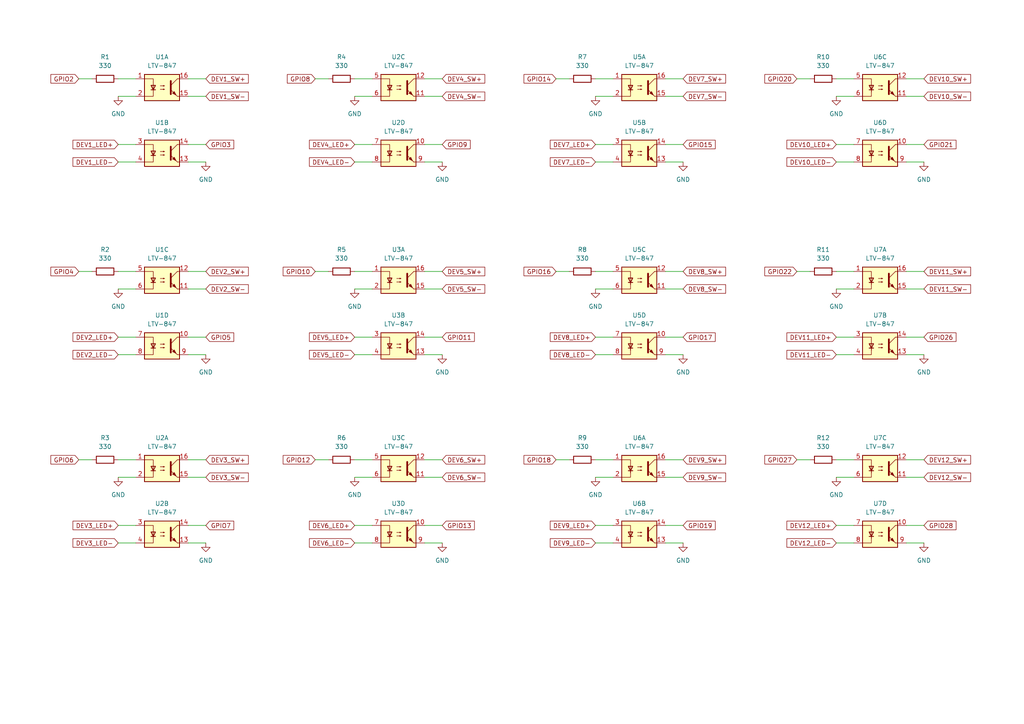
<source format=kicad_sch>
(kicad_sch (version 20230121) (generator eeschema)
  (paper "A4")
  (title_block (title "mqtt-power-control-interface") (date "2023-08-06") (rev "1.0.0"))
  (lib_symbols
    (symbol "Device:R" (pin_numbers hide) (pin_names (offset 0))
      (property "Reference" "R" (at 2.032 0 90))
      (property "Value" "R" (at 0 0 90))
      (symbol "R_0_1"
        (rectangle (start -1.016 -2.54) (end 1.016 2.54) (stroke (width 0.254)))
      )
      (symbol "R_1_1"
        (pin passive line (at 0 3.81 270) (length 1.27) (name "~") (number "1"))
        (pin passive line (at 0 -3.81 90) (length 1.27) (name "~") (number "2"))
      )
    )
    (symbol "Isolator:LTV-847" (pin_names (offset 1.016))
      (property "Reference" "U" (at -5.08 5.08 0))
      (property "Value" "LTV-847" (at 0 5.08 0))
      (symbol "LTV-847_0_1"
        (rectangle (start -5.08 3.81) (end 5.08 -3.81) (stroke (width 0.254)) (fill (type background)))
        (polyline (pts (xy -3.175 -0.635) (xy -1.905 -0.635)) (stroke (width 0.254)))
        (polyline (pts (xy 2.54 0.635) (xy 4.445 2.54)))
        (polyline (pts (xy 4.445 -2.54) (xy 2.54 -0.635)) (fill (type outline)))
        (polyline (pts (xy 4.445 -2.54) (xy 5.08 -2.54)))
        (polyline (pts (xy 4.445 2.54) (xy 5.08 2.54)))
        (polyline (pts (xy -2.54 -0.635) (xy -2.54 -2.54) (xy -5.08 -2.54)))
        (polyline (pts (xy 2.54 1.905) (xy 2.54 -1.905) (xy 2.54 -1.905)) (stroke (width 0.508)))
        (polyline (pts (xy -5.08 2.54) (xy -2.54 2.54) (xy -2.54 -1.27) (xy -2.54 0.635)))
        (polyline (pts (xy -2.54 -0.635) (xy -3.175 0.635) (xy -1.905 0.635) (xy -2.54 -0.635)) (stroke (width 0.254)))
        (polyline (pts (xy -0.508 -0.508) (xy 0.762 -0.508) (xy 0.381 -0.635) (xy 0.381 -0.381) (xy 0.762 -0.508)))
        (polyline (pts (xy -0.508 0.508) (xy 0.762 0.508) (xy 0.381 0.381) (xy 0.381 0.635) (xy 0.762 0.508)))
        (polyline (pts (xy 3.048 -1.651) (xy 3.556 -1.143) (xy 4.064 -2.159) (xy 3.048 -1.651) (xy 3.048 -1.651)) (fill (type outline)))
      )
      (symbol "LTV-847_1_1"
        (pin passive line (at -7.62 2.54 0) (length 2.54) (name "~") (number "1"))
        (pin passive line (at 7.62 -2.54 180) (length 2.54) (name "~") (number "15"))
        (pin passive line (at 7.62 2.54 180) (length 2.54) (name "~") (number "16"))
        (pin passive line (at -7.62 -2.54 0) (length 2.54) (name "~") (number "2"))
      )
      (symbol "LTV-847_2_1"
        (pin passive line (at 7.62 -2.54 180) (length 2.54) (name "~") (number "13"))
        (pin passive line (at 7.62 2.54 180) (length 2.54) (name "~") (number "14"))
        (pin passive line (at -7.62 2.54 0) (length 2.54) (name "~") (number "3"))
        (pin passive line (at -7.62 -2.54 0) (length 2.54) (name "~") (number "4"))
      )
      (symbol "LTV-847_3_1"
        (pin passive line (at 7.62 -2.54 180) (length 2.54) (name "~") (number "11"))
        (pin passive line (at 7.62 2.54 180) (length 2.54) (name "~") (number "12"))
        (pin passive line (at -7.62 2.54 0) (length 2.54) (name "~") (number "5"))
        (pin passive line (at -7.62 -2.54 0) (length 2.54) (name "~") (number "6"))
      )
      (symbol "LTV-847_4_1"
        (pin passive line (at 7.62 2.54 180) (length 2.54) (name "~") (number "10"))
        (pin passive line (at -7.62 2.54 0) (length 2.54) (name "~") (number "7"))
        (pin passive line (at -7.62 -2.54 0) (length 2.54) (name "~") (number "8"))
        (pin passive line (at 7.62 -2.54 180) (length 2.54) (name "~") (number "9"))
      )
    )
    (symbol "power:GND" (power) (pin_names (offset 0))
      (property "Value" "GND" (at 0 -3.81 0))
      (symbol "GND_0_1"
        (polyline (pts (xy 0 0) (xy 0 -1.27) (xy 1.27 -1.27) (xy 0 -2.54) (xy -1.27 -1.27) (xy 0 -1.27)))
      )
      (symbol "GND_1_1"
        (pin power_in line (at 0 0 270) (length 0) hide (name "GND") (number "1"))
      )
    )
  )
  (wire (pts (xy 231.14 78.74) (xy 234.95 78.74)))
  (wire (pts (xy 242.57 133.35) (xy 247.65 133.35)))
  (wire (pts (xy 172.72 157.48) (xy 177.8 157.48)))
  (wire (pts (xy 172.72 102.87) (xy 177.8 102.87)))
  (wire (pts (xy 102.87 133.35) (xy 107.95 133.35)))
  (wire (pts (xy 34.29 133.35) (xy 39.37 133.35)))
  (wire (pts (xy 161.29 22.86) (xy 165.1 22.86)))
  (wire (pts (xy 172.72 22.86) (xy 177.8 22.86)))
  (wire (pts (xy 91.44 78.74) (xy 95.25 78.74)))
  (wire (pts (xy 34.29 83.82) (xy 39.37 83.82)))
  (wire (pts (xy 34.29 41.91) (xy 39.37 41.91)))
  (wire (pts (xy 102.87 27.94) (xy 107.95 27.94)))
  (wire (pts (xy 262.89 78.74) (xy 267.97 78.74)))
  (wire (pts (xy 54.61 41.91) (xy 59.69 41.91)))
  (wire (pts (xy 34.29 97.79) (xy 39.37 97.79)))
  (wire (pts (xy 54.61 46.99) (xy 59.69 46.99)))
  (wire (pts (xy 242.57 46.99) (xy 247.65 46.99)))
  (wire (pts (xy 102.87 138.43) (xy 107.95 138.43)))
  (wire (pts (xy 34.29 138.43) (xy 39.37 138.43)))
  (wire (pts (xy 262.89 97.79) (xy 267.97 97.79)))
  (wire (pts (xy 172.72 133.35) (xy 177.8 133.35)))
  (wire (pts (xy 193.04 41.91) (xy 198.12 41.91)))
  (wire (pts (xy 262.89 138.43) (xy 267.97 138.43)))
  (wire (pts (xy 242.57 152.4) (xy 247.65 152.4)))
  (wire (pts (xy 123.19 157.48) (xy 128.27 157.48)))
  (wire (pts (xy 34.29 27.94) (xy 39.37 27.94)))
  (wire (pts (xy 123.19 152.4) (xy 128.27 152.4)))
  (wire (pts (xy 34.29 152.4) (xy 39.37 152.4)))
  (wire (pts (xy 262.89 41.91) (xy 267.97 41.91)))
  (wire (pts (xy 242.57 138.43) (xy 247.65 138.43)))
  (wire (pts (xy 123.19 22.86) (xy 128.27 22.86)))
  (wire (pts (xy 193.04 133.35) (xy 198.12 133.35)))
  (wire (pts (xy 262.89 83.82) (xy 267.97 83.82)))
  (wire (pts (xy 102.87 97.79) (xy 107.95 97.79)))
  (wire (pts (xy 262.89 152.4) (xy 267.97 152.4)))
  (wire (pts (xy 54.61 157.48) (xy 59.69 157.48)))
  (wire (pts (xy 193.04 138.43) (xy 198.12 138.43)))
  (wire (pts (xy 102.87 22.86) (xy 107.95 22.86)))
  (wire (pts (xy 123.19 102.87) (xy 128.27 102.87)))
  (wire (pts (xy 242.57 22.86) (xy 247.65 22.86)))
  (wire (pts (xy 102.87 78.74) (xy 107.95 78.74)))
  (wire (pts (xy 193.04 83.82) (xy 198.12 83.82)))
  (wire (pts (xy 102.87 152.4) (xy 107.95 152.4)))
  (wire (pts (xy 242.57 41.91) (xy 247.65 41.91)))
  (wire (pts (xy 262.89 46.99) (xy 267.97 46.99)))
  (wire (pts (xy 172.72 138.43) (xy 177.8 138.43)))
  (wire (pts (xy 231.14 22.86) (xy 234.95 22.86)))
  (wire (pts (xy 123.19 83.82) (xy 128.27 83.82)))
  (wire (pts (xy 102.87 83.82) (xy 107.95 83.82)))
  (wire (pts (xy 34.29 78.74) (xy 39.37 78.74)))
  (wire (pts (xy 123.19 133.35) (xy 128.27 133.35)))
  (wire (pts (xy 172.72 83.82) (xy 177.8 83.82)))
  (wire (pts (xy 123.19 27.94) (xy 128.27 27.94)))
  (wire (pts (xy 123.19 138.43) (xy 128.27 138.43)))
  (wire (pts (xy 54.61 27.94) (xy 59.69 27.94)))
  (wire (pts (xy 262.89 157.48) (xy 267.97 157.48)))
  (wire (pts (xy 242.57 27.94) (xy 247.65 27.94)))
  (wire (pts (xy 34.29 157.48) (xy 39.37 157.48)))
  (wire (pts (xy 193.04 152.4) (xy 198.12 152.4)))
  (wire (pts (xy 54.61 102.87) (xy 59.69 102.87)))
  (wire (pts (xy 262.89 27.94) (xy 267.97 27.94)))
  (wire (pts (xy 262.89 22.86) (xy 267.97 22.86)))
  (wire (pts (xy 193.04 27.94) (xy 198.12 27.94)))
  (wire (pts (xy 22.86 133.35) (xy 26.67 133.35)))
  (wire (pts (xy 54.61 97.79) (xy 59.69 97.79)))
  (wire (pts (xy 123.19 78.74) (xy 128.27 78.74)))
  (wire (pts (xy 102.87 46.99) (xy 107.95 46.99)))
  (wire (pts (xy 193.04 102.87) (xy 198.12 102.87)))
  (wire (pts (xy 161.29 133.35) (xy 165.1 133.35)))
  (wire (pts (xy 193.04 157.48) (xy 198.12 157.48)))
  (wire (pts (xy 262.89 102.87) (xy 267.97 102.87)))
  (wire (pts (xy 102.87 41.91) (xy 107.95 41.91)))
  (wire (pts (xy 54.61 78.74) (xy 59.69 78.74)))
  (wire (pts (xy 193.04 46.99) (xy 198.12 46.99)))
  (wire (pts (xy 34.29 102.87) (xy 39.37 102.87)))
  (wire (pts (xy 123.19 41.91) (xy 128.27 41.91)))
  (wire (pts (xy 242.57 78.74) (xy 247.65 78.74)))
  (wire (pts (xy 242.57 97.79) (xy 247.65 97.79)))
  (wire (pts (xy 172.72 46.99) (xy 177.8 46.99)))
  (wire (pts (xy 102.87 157.48) (xy 107.95 157.48)))
  (wire (pts (xy 123.19 97.79) (xy 128.27 97.79)))
  (wire (pts (xy 22.86 22.86) (xy 26.67 22.86)))
  (wire (pts (xy 242.57 83.82) (xy 247.65 83.82)))
  (wire (pts (xy 91.44 22.86) (xy 95.25 22.86)))
  (wire (pts (xy 242.57 102.87) (xy 247.65 102.87)))
  (wire (pts (xy 172.72 97.79) (xy 177.8 97.79)))
  (wire (pts (xy 242.57 157.48) (xy 247.65 157.48)))
  (wire (pts (xy 172.72 152.4) (xy 177.8 152.4)))
  (wire (pts (xy 34.29 22.86) (xy 39.37 22.86)))
  (wire (pts (xy 193.04 22.86) (xy 198.12 22.86)))
  (wire (pts (xy 172.72 78.74) (xy 177.8 78.74)))
  (wire (pts (xy 34.29 46.99) (xy 39.37 46.99)))
  (wire (pts (xy 193.04 97.79) (xy 198.12 97.79)))
  (wire (pts (xy 231.14 133.35) (xy 234.95 133.35)))
  (wire (pts (xy 54.61 83.82) (xy 59.69 83.82)))
  (wire (pts (xy 91.44 133.35) (xy 95.25 133.35)))
  (wire (pts (xy 54.61 133.35) (xy 59.69 133.35)))
  (wire (pts (xy 262.89 133.35) (xy 267.97 133.35)))
  (wire (pts (xy 172.72 41.91) (xy 177.8 41.91)))
  (wire (pts (xy 193.04 78.74) (xy 198.12 78.74)))
  (wire (pts (xy 102.87 102.87) (xy 107.95 102.87)))
  (wire (pts (xy 172.72 27.94) (xy 177.8 27.94)))
  (wire (pts (xy 54.61 152.4) (xy 59.69 152.4)))
  (wire (pts (xy 123.19 46.99) (xy 128.27 46.99)))
  (wire (pts (xy 54.61 22.86) (xy 59.69 22.86)))
  (wire (pts (xy 54.61 138.43) (xy 59.69 138.43)))
  (wire (pts (xy 161.29 78.74) (xy 165.1 78.74)))
  (wire (pts (xy 22.86 78.74) (xy 26.67 78.74)))
  (global_label "GPIO9" (shape input) (at 128.27 41.91 0) (property "Intersheetrefs" "${INTERSHEET_REFS}" (effects hide)))
  (global_label "DEV8_LED+" (shape input) (at 172.72 97.79 180) (property "Intersheetrefs" "${INTERSHEET_REFS}" (effects hide)))
  (global_label "DEV9_SW+" (shape input) (at 198.12 133.35 0) (property "Intersheetrefs" "${INTERSHEET_REFS}" (effects hide)))
  (global_label "DEV5_SW-" (shape input) (at 128.27 83.82 0) (property "Intersheetrefs" "${INTERSHEET_REFS}" (effects hide)))
  (global_label "DEV3_SW+" (shape input) (at 59.69 133.35 0) (property "Intersheetrefs" "${INTERSHEET_REFS}" (effects hide)))
  (global_label "DEV3_LED+" (shape input) (at 34.29 152.4 180) (property "Intersheetrefs" "${INTERSHEET_REFS}" (effects hide)))
  (global_label "GPIO22" (shape input) (at 231.14 78.74 180) (property "Intersheetrefs" "${INTERSHEET_REFS}" (effects hide)))
  (global_label "GPIO28" (shape input) (at 267.97 152.4 0) (property "Intersheetrefs" "${INTERSHEET_REFS}" (effects hide)))
  (global_label "DEV5_LED-" (shape input) (at 102.87 102.87 180) (property "Intersheetrefs" "${INTERSHEET_REFS}" (effects hide)))
  (global_label "DEV1_LED+" (shape input) (at 34.29 41.91 180) (property "Intersheetrefs" "${INTERSHEET_REFS}" (effects hide)))
  (global_label "GPIO26" (shape input) (at 267.97 97.79 0) (property "Intersheetrefs" "${INTERSHEET_REFS}" (effects hide)))
  (global_label "DEV7_LED+" (shape input) (at 172.72 41.91 180) (property "Intersheetrefs" "${INTERSHEET_REFS}" (effects hide)))
  (global_label "GPIO12" (shape input) (at 91.44 133.35 180) (property "Intersheetrefs" "${INTERSHEET_REFS}" (effects hide)))
  (global_label "DEV10_LED+" (shape input) (at 242.57 41.91 180) (property "Intersheetrefs" "${INTERSHEET_REFS}" (effects hide)))
  (global_label "DEV9_LED-" (shape input) (at 172.72 157.48 180) (property "Intersheetrefs" "${INTERSHEET_REFS}" (effects hide)))
  (global_label "DEV11_LED-" (shape input) (at 242.57 102.87 180) (property "Intersheetrefs" "${INTERSHEET_REFS}" (effects hide)))
  (global_label "DEV2_SW+" (shape input) (at 59.69 78.74 0) (property "Intersheetrefs" "${INTERSHEET_REFS}" (effects hide)))
  (global_label "GPIO10" (shape input) (at 91.44 78.74 180) (property "Intersheetrefs" "${INTERSHEET_REFS}" (effects hide)))
  (global_label "GPIO6" (shape input) (at 22.86 133.35 180) (property "Intersheetrefs" "${INTERSHEET_REFS}" (effects hide)))
  (global_label "DEV6_LED-" (shape input) (at 102.87 157.48 180) (property "Intersheetrefs" "${INTERSHEET_REFS}" (effects hide)))
  (global_label "DEV4_SW+" (shape input) (at 128.27 22.86 0) (property "Intersheetrefs" "${INTERSHEET_REFS}" (effects hide)))
  (global_label "GPIO13" (shape input) (at 128.27 152.4 0) (property "Intersheetrefs" "${INTERSHEET_REFS}" (effects hide)))
  (global_label "DEV5_LED+" (shape input) (at 102.87 97.79 180) (property "Intersheetrefs" "${INTERSHEET_REFS}" (effects hide)))
  (global_label "DEV1_SW-" (shape input) (at 59.69 27.94 0) (property "Intersheetrefs" "${INTERSHEET_REFS}" (effects hide)))
  (global_label "GPIO11" (shape input) (at 128.27 97.79 0) (property "Intersheetrefs" "${INTERSHEET_REFS}" (effects hide)))
  (global_label "DEV7_LED-" (shape input) (at 172.72 46.99 180) (property "Intersheetrefs" "${INTERSHEET_REFS}" (effects hide)))
  (global_label "GPIO14" (shape input) (at 161.29 22.86 180) (property "Intersheetrefs" "${INTERSHEET_REFS}" (effects hide)))
  (global_label "GPIO19" (shape input) (at 198.12 152.4 0) (property "Intersheetrefs" "${INTERSHEET_REFS}" (effects hide)))
  (global_label "DEV11_LED+" (shape input) (at 242.57 97.79 180) (property "Intersheetrefs" "${INTERSHEET_REFS}" (effects hide)))
  (global_label "DEV6_LED+" (shape input) (at 102.87 152.4 180) (property "Intersheetrefs" "${INTERSHEET_REFS}" (effects hide)))
  (global_label "DEV9_SW-" (shape input) (at 198.12 138.43 0) (property "Intersheetrefs" "${INTERSHEET_REFS}" (effects hide)))
  (global_label "DEV1_LED-" (shape input) (at 34.29 46.99 180) (property "Intersheetrefs" "${INTERSHEET_REFS}" (effects hide)))
  (global_label "DEV6_SW+" (shape input) (at 128.27 133.35 0) (property "Intersheetrefs" "${INTERSHEET_REFS}" (effects hide)))
  (global_label "DEV2_LED+" (shape input) (at 34.29 97.79 180) (property "Intersheetrefs" "${INTERSHEET_REFS}" (effects hide)))
  (global_label "DEV3_LED-" (shape input) (at 34.29 157.48 180) (property "Intersheetrefs" "${INTERSHEET_REFS}" (effects hide)))
  (global_label "DEV8_SW-" (shape input) (at 198.12 83.82 0) (property "Intersheetrefs" "${INTERSHEET_REFS}" (effects hide)))
  (global_label "DEV4_SW-" (shape input) (at 128.27 27.94 0) (property "Intersheetrefs" "${INTERSHEET_REFS}" (effects hide)))
  (global_label "GPIO5" (shape input) (at 59.69 97.79 0) (property "Intersheetrefs" "${INTERSHEET_REFS}" (effects hide)))
  (global_label "DEV7_SW-" (shape input) (at 198.12 27.94 0) (property "Intersheetrefs" "${INTERSHEET_REFS}" (effects hide)))
  (global_label "GPIO8" (shape input) (at 91.44 22.86 180) (property "Intersheetrefs" "${INTERSHEET_REFS}" (effects hide)))
  (global_label "GPIO15" (shape input) (at 198.12 41.91 0) (property "Intersheetrefs" "${INTERSHEET_REFS}" (effects hide)))
  (global_label "DEV7_SW+" (shape input) (at 198.12 22.86 0) (property "Intersheetrefs" "${INTERSHEET_REFS}" (effects hide)))
  (global_label "DEV12_SW+" (shape input) (at 267.97 133.35 0) (property "Intersheetrefs" "${INTERSHEET_REFS}" (effects hide)))
  (global_label "DEV11_SW-" (shape input) (at 267.97 83.82 0) (property "Intersheetrefs" "${INTERSHEET_REFS}" (effects hide)))
  (global_label "DEV10_SW+" (shape input) (at 267.97 22.86 0) (property "Intersheetrefs" "${INTERSHEET_REFS}" (effects hide)))
  (global_label "DEV12_LED-" (shape input) (at 242.57 157.48 180) (property "Intersheetrefs" "${INTERSHEET_REFS}" (effects hide)))
  (global_label "DEV2_LED-" (shape input) (at 34.29 102.87 180) (property "Intersheetrefs" "${INTERSHEET_REFS}" (effects hide)))
  (global_label "DEV11_SW+" (shape input) (at 267.97 78.74 0) (property "Intersheetrefs" "${INTERSHEET_REFS}" (effects hide)))
  (global_label "DEV5_SW+" (shape input) (at 128.27 78.74 0) (property "Intersheetrefs" "${INTERSHEET_REFS}" (effects hide)))
  (global_label "GPIO16" (shape input) (at 161.29 78.74 180) (property "Intersheetrefs" "${INTERSHEET_REFS}" (effects hide)))
  (global_label "DEV12_LED+" (shape input) (at 242.57 152.4 180) (property "Intersheetrefs" "${INTERSHEET_REFS}" (effects hide)))
  (global_label "GPIO4" (shape input) (at 22.86 78.74 180) (property "Intersheetrefs" "${INTERSHEET_REFS}" (effects hide)))
  (global_label "DEV8_LED-" (shape input) (at 172.72 102.87 180) (property "Intersheetrefs" "${INTERSHEET_REFS}" (effects hide)))
  (global_label "DEV4_LED+" (shape input) (at 102.87 41.91 180) (property "Intersheetrefs" "${INTERSHEET_REFS}" (effects hide)))
  (global_label "GPIO3" (shape input) (at 59.69 41.91 0) (property "Intersheetrefs" "${INTERSHEET_REFS}" (effects hide)))
  (global_label "DEV9_LED+" (shape input) (at 172.72 152.4 180) (property "Intersheetrefs" "${INTERSHEET_REFS}" (effects hide)))
  (global_label "DEV10_LED-" (shape input) (at 242.57 46.99 180) (property "Intersheetrefs" "${INTERSHEET_REFS}" (effects hide)))
  (global_label "DEV12_SW-" (shape input) (at 267.97 138.43 0) (property "Intersheetrefs" "${INTERSHEET_REFS}" (effects hide)))
  (global_label "DEV4_LED-" (shape input) (at 102.87 46.99 180) (property "Intersheetrefs" "${INTERSHEET_REFS}" (effects hide)))
  (global_label "DEV3_SW-" (shape input) (at 59.69 138.43 0) (property "Intersheetrefs" "${INTERSHEET_REFS}" (effects hide)))
  (global_label "DEV8_SW+" (shape input) (at 198.12 78.74 0) (property "Intersheetrefs" "${INTERSHEET_REFS}" (effects hide)))
  (global_label "DEV2_SW-" (shape input) (at 59.69 83.82 0) (property "Intersheetrefs" "${INTERSHEET_REFS}" (effects hide)))
  (global_label "DEV10_SW-" (shape input) (at 267.97 27.94 0) (property "Intersheetrefs" "${INTERSHEET_REFS}" (effects hide)))
  (global_label "GPIO2" (shape input) (at 22.86 22.86 180) (property "Intersheetrefs" "${INTERSHEET_REFS}" (effects hide)))
  (global_label "GPIO7" (shape input) (at 59.69 152.4 0) (property "Intersheetrefs" "${INTERSHEET_REFS}" (effects hide)))
  (global_label "GPIO21" (shape input) (at 267.97 41.91 0) (property "Intersheetrefs" "${INTERSHEET_REFS}" (effects hide)))
  (global_label "DEV6_SW-" (shape input) (at 128.27 138.43 0) (property "Intersheetrefs" "${INTERSHEET_REFS}" (effects hide)))
  (global_label "GPIO20" (shape input) (at 231.14 22.86 180) (property "Intersheetrefs" "${INTERSHEET_REFS}" (effects hide)))
  (global_label "GPIO17" (shape input) (at 198.12 97.79 0) (property "Intersheetrefs" "${INTERSHEET_REFS}" (effects hide)))
  (global_label "GPIO18" (shape input) (at 161.29 133.35 180) (property "Intersheetrefs" "${INTERSHEET_REFS}" (effects hide)))
  (global_label "DEV1_SW+" (shape input) (at 59.69 22.86 0) (property "Intersheetrefs" "${INTERSHEET_REFS}" (effects hide)))
  (global_label "GPIO27" (shape input) (at 231.14 133.35 180) (property "Intersheetrefs" "${INTERSHEET_REFS}" (effects hide)))
  (symbol (lib_id "Isolator:LTV-847") (at 255.27 25.4 0) (unit 3) (in_bom no)
    (property "Reference" "U6" (at 255.27 16.51 0))
    (property "Value" "LTV-847" (at 255.27 19.05 0))
    (property "Footprint" "Package_DIP:DIP-16_W7.62mm" (effects hide))
    (property "Datasheet" "http://optoelectronics.liteon.com/upload/download/DS-70-96-0016/LTV-8X7%20series.PDF" (effects hide))
  )
  (symbol (lib_id "power:GND") (at 267.97 157.48 0) (unit 1)
    (property "Reference" "#PWR025" (effects hide))
    (property "Value" "GND" (at 267.97 162.56 0))
    (instances (project "mqtt-power-control-interface" (path "" (reference "#PWR025") (unit 1)) (path "" (reference "#PWR050") (unit 1))))
  )
  (symbol (lib_id "Isolator:LTV-847") (at 46.99 135.89 0) (unit 1) (in_bom no)
    (property "Reference" "U2" (at 46.99 127 0))
    (property "Value" "LTV-847" (at 46.99 129.54 0))
    (property "Footprint" "Package_DIP:DIP-16_W7.62mm" (effects hide))
    (property "Datasheet" "http://optoelectronics.liteon.com/upload/download/DS-70-96-0016/LTV-8X7%20series.PDF" (effects hide))
    (instances (project "mqtt-power-control-interface" (path "" (reference "U2") (unit 1)) (path "" (reference "U3") (unit 1))))
  )
  (symbol (lib_id "Isolator:LTV-847") (at 255.27 135.89 0) (unit 3) (in_bom no)
    (property "Reference" "U7" (at 255.27 127 0))
    (property "Value" "LTV-847" (at 255.27 129.54 0))
    (property "Footprint" "Package_DIP:DIP-16_W7.62mm" (effects hide))
    (property "Datasheet" "http://optoelectronics.liteon.com/upload/download/DS-70-96-0016/LTV-8X7%20series.PDF" (effects hide))
  )
  (symbol (lib_id "power:GND") (at 128.27 102.87 0) (unit 1)
    (property "Reference" "#PWR011" (effects hide))
    (property "Value" "GND" (at 128.27 107.95 0))
    (instances (project "mqtt-power-control-interface" (path "" (reference "#PWR011") (unit 1)) (path "" (reference "#PWR039") (unit 1))))
  )
  (symbol (lib_id "power:GND") (at 34.29 27.94 0) (unit 1)
    (property "Reference" "#PWR01" (effects hide))
    (property "Value" "GND" (at 34.29 33.02 0))
    (instances (project "mqtt-power-control-interface" (path "" (reference "#PWR01") (unit 1)) (path "" (reference "#PWR027") (unit 1))))
  )
  (symbol (lib_id "power:GND") (at 242.57 138.43 0) (unit 1)
    (property "Reference" "#PWR023" (effects hide))
    (property "Value" "GND" (at 242.57 143.51 0))
    (instances (project "mqtt-power-control-interface" (path "" (reference "#PWR023") (unit 1)) (path "" (reference "#PWR046") (unit 1))))
  )
  (symbol (lib_id "power:GND") (at 128.27 157.48 0) (unit 1)
    (property "Reference" "#PWR012" (effects hide))
    (property "Value" "GND" (at 128.27 162.56 0))
    (instances (project "mqtt-power-control-interface" (path "" (reference "#PWR012") (unit 1)) (path "" (reference "#PWR040") (unit 1))))
  )
  (symbol (lib_id "Device:R") (at 30.48 133.35 90) (unit 1)
    (property "Reference" "R3" (at 30.48 127 90))
    (property "Value" "330" (at 30.48 129.54 90))
    (property "Footprint" "Resistor_SMD:R_1206_3216Metric" (effects hide))
    (property "JLCPCB Part #" "C229930" (effects hide))
  )
  (symbol (lib_id "Isolator:LTV-847") (at 185.42 154.94 0) (unit 2) (in_bom no)
    (property "Reference" "U6" (at 185.42 146.05 0))
    (property "Value" "LTV-847" (at 185.42 148.59 0))
    (property "Footprint" "Package_DIP:DIP-16_W7.62mm" (effects hide))
    (property "Datasheet" "http://optoelectronics.liteon.com/upload/download/DS-70-96-0016/LTV-8X7%20series.PDF" (effects hide))
  )
  (symbol (lib_id "Isolator:LTV-847") (at 255.27 44.45 0) (unit 4) (in_bom no)
    (property "Reference" "U6" (at 255.27 35.56 0))
    (property "Value" "LTV-847" (at 255.27 38.1 0))
    (property "Footprint" "Package_DIP:DIP-16_W7.62mm" (effects hide))
    (property "Datasheet" "http://optoelectronics.liteon.com/upload/download/DS-70-96-0016/LTV-8X7%20series.PDF" (effects hide))
  )
  (symbol (lib_id "Device:R") (at 99.06 22.86 90) (unit 1)
    (property "Reference" "R4" (at 99.06 16.51 90))
    (property "Value" "330" (at 99.06 19.05 90))
    (property "Footprint" "Resistor_SMD:R_1206_3216Metric" (effects hide))
    (property "JLCPCB Part #" "C229930" (effects hide))
  )
  (symbol (lib_id "Device:R") (at 168.91 78.74 90) (unit 1)
    (property "Reference" "R8" (at 168.91 72.39 90))
    (property "Value" "330" (at 168.91 74.93 90))
    (property "Footprint" "Resistor_SMD:R_1206_3216Metric" (effects hide))
    (property "JLCPCB Part #" "C229930" (effects hide))
  )
  (symbol (lib_id "power:GND") (at 198.12 102.87 0) (unit 1)
    (property "Reference" "#PWR017" (effects hide))
    (property "Value" "GND" (at 198.12 107.95 0))
    (instances (project "mqtt-power-control-interface" (path "" (reference "#PWR017") (unit 1)) (path "" (reference "#PWR042") (unit 1))))
  )
  (symbol (lib_id "Isolator:LTV-847") (at 115.57 25.4 0) (unit 3) (in_bom no)
    (property "Reference" "U2" (at 115.57 16.51 0))
    (property "Value" "LTV-847" (at 115.57 19.05 0))
    (property "Footprint" "Package_DIP:DIP-16_W7.62mm" (effects hide))
    (property "Datasheet" "http://optoelectronics.liteon.com/upload/download/DS-70-96-0016/LTV-8X7%20series.PDF" (effects hide))
    (instances (project "mqtt-power-control-interface" (path "" (reference "U2") (unit 3)) (path "" (reference "U3") (unit 3))))
  )
  (symbol (lib_id "power:GND") (at 198.12 157.48 0) (unit 1)
    (property "Reference" "#PWR020" (effects hide))
    (property "Value" "GND" (at 198.12 162.56 0))
    (instances (project "mqtt-power-control-interface" (path "" (reference "#PWR020") (unit 1)) (path "" (reference "#PWR047") (unit 1))))
  )
  (symbol (lib_id "Isolator:LTV-847") (at 255.27 81.28 0) (unit 1) (in_bom no)
    (property "Reference" "U7" (at 255.27 72.39 0))
    (property "Value" "LTV-847" (at 255.27 74.93 0))
    (property "Footprint" "Package_DIP:DIP-16_W7.62mm" (effects hide))
    (property "Datasheet" "http://optoelectronics.liteon.com/upload/download/DS-70-96-0016/LTV-8X7%20series.PDF" (effects hide))
  )
  (symbol (lib_id "Isolator:LTV-847") (at 255.27 154.94 0) (unit 4) (in_bom no)
    (property "Reference" "U7" (at 255.27 146.05 0))
    (property "Value" "LTV-847" (at 255.27 148.59 0))
    (property "Footprint" "Package_DIP:DIP-16_W7.62mm" (effects hide))
    (property "Datasheet" "http://optoelectronics.liteon.com/upload/download/DS-70-96-0016/LTV-8X7%20series.PDF" (effects hide))
  )
  (symbol (lib_id "power:GND") (at 102.87 138.43 0) (unit 1)
    (property "Reference" "#PWR05" (effects hide))
    (property "Value" "GND" (at 102.87 143.51 0))
    (instances (project "mqtt-power-control-interface" (path "" (reference "#PWR05") (unit 1)) (path "" (reference "#PWR036") (unit 1))))
  )
  (symbol (lib_id "Device:R") (at 168.91 133.35 90) (unit 1)
    (property "Reference" "R9" (at 168.91 127 90))
    (property "Value" "330" (at 168.91 129.54 90))
    (property "Footprint" "Resistor_SMD:R_1206_3216Metric" (effects hide))
    (property "JLCPCB Part #" "C229930" (effects hide))
  )
  (symbol (lib_id "power:GND") (at 267.97 46.99 0) (unit 1)
    (property "Reference" "#PWR021" (effects hide))
    (property "Value" "GND" (at 267.97 52.07 0))
    (instances (project "mqtt-power-control-interface" (path "" (reference "#PWR021") (unit 1)) (path "" (reference "#PWR048") (unit 1))))
  )
  (symbol (lib_id "power:GND") (at 242.57 83.82 0) (unit 1)
    (property "Reference" "#PWR022" (effects hide))
    (property "Value" "GND" (at 242.57 88.9 0))
    (instances (project "mqtt-power-control-interface" (path "" (reference "#PWR022") (unit 1)) (path "" (reference "#PWR045") (unit 1))))
  )
  (symbol (lib_id "power:GND") (at 102.87 27.94 0) (unit 1)
    (property "Reference" "#PWR04" (effects hide))
    (property "Value" "GND" (at 102.87 33.02 0))
    (instances (project "mqtt-power-control-interface" (path "" (reference "#PWR04") (unit 1)) (path "" (reference "#PWR030") (unit 1))))
  )
  (symbol (lib_id "Device:R") (at 238.76 133.35 90) (unit 1)
    (property "Reference" "R12" (at 238.76 127 90))
    (property "Value" "330" (at 238.76 129.54 90))
    (property "Footprint" "Resistor_SMD:R_1206_3216Metric" (effects hide))
    (property "JLCPCB Part #" "C229930" (effects hide))
  )
  (symbol (lib_id "Isolator:LTV-847") (at 185.42 25.4 0) (unit 1) (in_bom no)
    (property "Reference" "U5" (at 185.42 16.51 0))
    (property "Value" "LTV-847" (at 185.42 19.05 0))
    (property "Footprint" "Package_DIP:DIP-16_W7.62mm" (effects hide))
    (property "Datasheet" "http://optoelectronics.liteon.com/upload/download/DS-70-96-0016/LTV-8X7%20series.PDF" (effects hide))
  )
  (symbol (lib_id "Device:R") (at 238.76 78.74 90) (unit 1)
    (property "Reference" "R11" (at 238.76 72.39 90))
    (property "Value" "330" (at 238.76 74.93 90))
    (property "Footprint" "Resistor_SMD:R_1206_3216Metric" (effects hide))
    (property "JLCPCB Part #" "C229930" (effects hide))
  )
  (symbol (lib_id "power:GND") (at 59.69 102.87 0) (unit 1)
    (property "Reference" "#PWR08" (effects hide))
    (property "Value" "GND" (at 59.69 107.95 0))
    (instances (project "mqtt-power-control-interface" (path "" (reference "#PWR08") (unit 1)) (path "" (reference "#PWR032") (unit 1))))
  )
  (symbol (lib_id "power:GND") (at 59.69 157.48 0) (unit 1)
    (property "Reference" "#PWR010" (effects hide))
    (property "Value" "GND" (at 59.69 162.56 0))
    (instances (project "mqtt-power-control-interface" (path "" (reference "#PWR010") (unit 1)) (path "" (reference "#PWR033") (unit 1))))
  )
  (symbol (lib_id "power:GND") (at 172.72 138.43 0) (unit 1)
    (property "Reference" "#PWR018" (effects hide))
    (property "Value" "GND" (at 172.72 143.51 0))
    (instances (project "mqtt-power-control-interface" (path "" (reference "#PWR018") (unit 1)) (path "" (reference "#PWR043") (unit 1))))
  )
  (symbol (lib_id "power:GND") (at 198.12 46.99 0) (unit 1)
    (property "Reference" "#PWR016" (effects hide))
    (property "Value" "GND" (at 198.12 52.07 0))
    (instances (project "mqtt-power-control-interface" (path "" (reference "#PWR016") (unit 1)) (path "" (reference "#PWR041") (unit 1))))
  )
  (symbol (lib_id "power:GND") (at 34.29 83.82 0) (unit 1)
    (property "Reference" "#PWR02" (effects hide))
    (property "Value" "GND" (at 34.29 88.9 0))
    (instances (project "mqtt-power-control-interface" (path "" (reference "#PWR02") (unit 1)) (path "" (reference "#PWR028") (unit 1))))
  )
  (symbol (lib_id "power:GND") (at 172.72 83.82 0) (unit 1)
    (property "Reference" "#PWR015" (effects hide))
    (property "Value" "GND" (at 172.72 88.9 0))
    (instances (project "mqtt-power-control-interface" (path "" (reference "#PWR015") (unit 1)) (path "" (reference "#PWR038") (unit 1))))
  )
  (symbol (lib_id "Isolator:LTV-847") (at 185.42 81.28 0) (unit 3) (in_bom no)
    (property "Reference" "U5" (at 185.42 72.39 0))
    (property "Value" "LTV-847" (at 185.42 74.93 0))
    (property "Footprint" "Package_DIP:DIP-16_W7.62mm" (effects hide))
    (property "Datasheet" "http://optoelectronics.liteon.com/upload/download/DS-70-96-0016/LTV-8X7%20series.PDF" (effects hide))
  )
  (symbol (lib_id "Isolator:LTV-847") (at 255.27 100.33 0) (unit 2) (in_bom no)
    (property "Reference" "U7" (at 255.27 91.44 0))
    (property "Value" "LTV-847" (at 255.27 93.98 0))
    (property "Footprint" "Package_DIP:DIP-16_W7.62mm" (effects hide))
    (property "Datasheet" "http://optoelectronics.liteon.com/upload/download/DS-70-96-0016/LTV-8X7%20series.PDF" (effects hide))
  )
  (symbol (lib_id "Device:R") (at 99.06 78.74 90) (unit 1)
    (property "Reference" "R5" (at 99.06 72.39 90))
    (property "Value" "330" (at 99.06 74.93 90))
    (property "Footprint" "Resistor_SMD:R_1206_3216Metric" (effects hide))
    (property "JLCPCB Part #" "C229930" (effects hide))
  )
  (symbol (lib_id "power:GND") (at 128.27 46.99 0) (unit 1)
    (property "Reference" "#PWR09" (effects hide))
    (property "Value" "GND" (at 128.27 52.07 0))
    (instances (project "mqtt-power-control-interface" (path "" (reference "#PWR09") (unit 1)) (path "" (reference "#PWR034") (unit 1))))
  )
  (symbol (lib_id "Isolator:LTV-847") (at 46.99 154.94 0) (unit 2) (in_bom no)
    (property "Reference" "U2" (at 46.99 146.05 0))
    (property "Value" "LTV-847" (at 46.99 148.59 0))
    (property "Footprint" "Package_DIP:DIP-16_W7.62mm" (effects hide))
    (property "Datasheet" "http://optoelectronics.liteon.com/upload/download/DS-70-96-0016/LTV-8X7%20series.PDF" (effects hide))
    (instances (project "mqtt-power-control-interface" (path "" (reference "U2") (unit 2)) (path "" (reference "U3") (unit 2))))
  )
  (symbol (lib_id "Isolator:LTV-847") (at 46.99 81.28 0) (unit 3) (in_bom no)
    (property "Reference" "U1" (at 46.99 72.39 0))
    (property "Value" "LTV-847" (at 46.99 74.93 0))
    (property "Footprint" "Package_DIP:DIP-16_W7.62mm" (effects hide))
    (property "Datasheet" "http://optoelectronics.liteon.com/upload/download/DS-70-96-0016/LTV-8X7%20series.PDF" (effects hide))
    (instances (project "mqtt-power-control-interface" (path "" (reference "U1") (unit 3)) (path "" (reference "U2") (unit 3))))
  )
  (symbol (lib_id "Device:R") (at 99.06 133.35 90) (unit 1)
    (property "Reference" "R6" (at 99.06 127 90))
    (property "Value" "330" (at 99.06 129.54 90))
    (property "Footprint" "Resistor_SMD:R_1206_3216Metric" (effects hide))
    (property "JLCPCB Part #" "C229930" (effects hide))
  )
  (symbol (lib_id "power:GND") (at 267.97 102.87 0) (unit 1)
    (property "Reference" "#PWR024" (effects hide))
    (property "Value" "GND" (at 267.97 107.95 0))
    (instances (project "mqtt-power-control-interface" (path "" (reference "#PWR024") (unit 1)) (path "" (reference "#PWR049") (unit 1))))
  )
  (symbol (lib_id "power:GND") (at 242.57 27.94 0) (unit 1)
    (property "Reference" "#PWR019" (effects hide))
    (property "Value" "GND" (at 242.57 33.02 0))
    (instances (project "mqtt-power-control-interface" (path "" (reference "#PWR019") (unit 1)) (path "" (reference "#PWR044") (unit 1))))
  )
  (symbol (lib_id "Isolator:LTV-847") (at 115.57 81.28 0) (unit 1) (in_bom no)
    (property "Reference" "U3" (at 115.57 72.39 0))
    (property "Value" "LTV-847" (at 115.57 74.93 0))
    (property "Footprint" "Package_DIP:DIP-16_W7.62mm" (effects hide))
    (property "Datasheet" "http://optoelectronics.liteon.com/upload/download/DS-70-96-0016/LTV-8X7%20series.PDF" (effects hide))
    (instances (project "mqtt-power-control-interface" (path "" (reference "U3") (unit 1)) (path "" (reference "U4") (unit 1))))
  )
  (symbol (lib_id "Device:R") (at 238.76 22.86 90) (unit 1)
    (property "Reference" "R10" (at 238.76 16.51 90))
    (property "Value" "330" (at 238.76 19.05 90))
    (property "Footprint" "Resistor_SMD:R_1206_3216Metric" (effects hide))
    (property "JLCPCB Part #" "C229930" (effects hide))
  )
  (symbol (lib_id "Isolator:LTV-847") (at 46.99 25.4 0) (unit 1) (in_bom no)
    (property "Reference" "U1" (at 46.99 16.51 0))
    (property "Value" "LTV-847" (at 46.99 19.05 0))
    (property "Footprint" "Package_DIP:DIP-16_W7.62mm" (effects hide))
    (property "Datasheet" "http://optoelectronics.liteon.com/upload/download/DS-70-96-0016/LTV-8X7%20series.PDF" (effects hide))
    (instances (project "mqtt-power-control-interface" (path "" (reference "U1") (unit 1)) (path "" (reference "U2") (unit 1))))
  )
  (symbol (lib_id "Isolator:LTV-847") (at 115.57 100.33 0) (unit 2) (in_bom no)
    (property "Reference" "U3" (at 115.57 91.44 0))
    (property "Value" "LTV-847" (at 115.57 93.98 0))
    (property "Footprint" "Package_DIP:DIP-16_W7.62mm" (effects hide))
    (property "Datasheet" "http://optoelectronics.liteon.com/upload/download/DS-70-96-0016/LTV-8X7%20series.PDF" (effects hide))
    (instances (project "mqtt-power-control-interface" (path "" (reference "U3") (unit 2)) (path "" (reference "U4") (unit 2))))
  )
  (symbol (lib_id "Device:R") (at 30.48 22.86 90) (unit 1)
    (property "Reference" "R1" (at 30.48 16.51 90))
    (property "Value" "330" (at 30.48 19.05 90))
    (property "Footprint" "Resistor_SMD:R_1206_3216Metric" (effects hide))
    (property "JLCPCB Part #" "C229930" (effects hide))
  )
  (symbol (lib_id "Isolator:LTV-847") (at 115.57 154.94 0) (unit 4) (in_bom no)
    (property "Reference" "U3" (at 115.57 146.05 0))
    (property "Value" "LTV-847" (at 115.57 148.59 0))
    (property "Footprint" "Package_DIP:DIP-16_W7.62mm" (effects hide))
    (property "Datasheet" "http://optoelectronics.liteon.com/upload/download/DS-70-96-0016/LTV-8X7%20series.PDF" (effects hide))
    (instances (project "mqtt-power-control-interface" (path "" (reference "U3") (unit 4)) (path "" (reference "U4") (unit 4))))
  )
  (symbol (lib_id "power:GND") (at 102.87 83.82 0) (unit 1)
    (property "Reference" "#PWR06" (effects hide))
    (property "Value" "GND" (at 102.87 88.9 0))
    (instances (project "mqtt-power-control-interface" (path "" (reference "#PWR06") (unit 1)) (path "" (reference "#PWR035") (unit 1))))
  )
  (symbol (lib_id "Isolator:LTV-847") (at 46.99 100.33 0) (unit 4) (in_bom no)
    (property "Reference" "U1" (at 46.99 91.44 0))
    (property "Value" "LTV-847" (at 46.99 93.98 0))
    (property "Footprint" "Package_DIP:DIP-16_W7.62mm" (effects hide))
    (property "Datasheet" "http://optoelectronics.liteon.com/upload/download/DS-70-96-0016/LTV-8X7%20series.PDF" (effects hide))
    (instances (project "mqtt-power-control-interface" (path "" (reference "U1") (unit 4)) (path "" (reference "U2") (unit 4))))
  )
  (symbol (lib_id "Isolator:LTV-847") (at 185.42 135.89 0) (unit 1) (in_bom no)
    (property "Reference" "U6" (at 185.42 127 0))
    (property "Value" "LTV-847" (at 185.42 129.54 0))
    (property "Footprint" "Package_DIP:DIP-16_W7.62mm" (effects hide))
    (property "Datasheet" "http://optoelectronics.liteon.com/upload/download/DS-70-96-0016/LTV-8X7%20series.PDF" (effects hide))
  )
  (symbol (lib_id "power:GND") (at 172.72 27.94 0) (unit 1)
    (property "Reference" "#PWR014" (effects hide))
    (property "Value" "GND" (at 172.72 33.02 0))
    (instances (project "mqtt-power-control-interface" (path "" (reference "#PWR014") (unit 1)) (path "" (reference "#PWR037") (unit 1))))
  )
  (symbol (lib_id "Isolator:LTV-847") (at 115.57 135.89 0) (unit 3) (in_bom no)
    (property "Reference" "U3" (at 115.57 127 0))
    (property "Value" "LTV-847" (at 115.57 129.54 0))
    (property "Footprint" "Package_DIP:DIP-16_W7.62mm" (effects hide))
    (property "Datasheet" "http://optoelectronics.liteon.com/upload/download/DS-70-96-0016/LTV-8X7%20series.PDF" (effects hide))
    (instances (project "mqtt-power-control-interface" (path "" (reference "U3") (unit 3)) (path "" (reference "U4") (unit 3))))
  )
  (symbol (lib_id "Isolator:LTV-847") (at 46.99 44.45 0) (unit 2) (in_bom no)
    (property "Reference" "U1" (at 46.99 35.56 0))
    (property "Value" "LTV-847" (at 46.99 38.1 0))
    (property "Footprint" "Package_DIP:DIP-16_W7.62mm" (effects hide))
    (property "Datasheet" "http://optoelectronics.liteon.com/upload/download/DS-70-96-0016/LTV-8X7%20series.PDF" (effects hide))
    (instances (project "mqtt-power-control-interface" (path "" (reference "U1") (unit 2)) (path "" (reference "U2") (unit 2))))
  )
  (symbol (lib_id "Isolator:LTV-847") (at 185.42 44.45 0) (unit 2) (in_bom no)
    (property "Reference" "U5" (at 185.42 35.56 0))
    (property "Value" "LTV-847" (at 185.42 38.1 0))
    (property "Footprint" "Package_DIP:DIP-16_W7.62mm" (effects hide))
    (property "Datasheet" "http://optoelectronics.liteon.com/upload/download/DS-70-96-0016/LTV-8X7%20series.PDF" (effects hide))
  )
  (symbol (lib_id "Isolator:LTV-847") (at 185.42 100.33 0) (unit 4) (in_bom no)
    (property "Reference" "U5" (at 185.42 91.44 0))
    (property "Value" "LTV-847" (at 185.42 93.98 0))
    (property "Footprint" "Package_DIP:DIP-16_W7.62mm" (effects hide))
    (property "Datasheet" "http://optoelectronics.liteon.com/upload/download/DS-70-96-0016/LTV-8X7%20series.PDF" (effects hide))
  )
  (symbol (lib_id "power:GND") (at 59.69 46.99 0) (unit 1)
    (property "Reference" "#PWR07" (effects hide))
    (property "Value" "GND" (at 59.69 52.07 0))
    (instances (project "mqtt-power-control-interface" (path "" (reference "#PWR07") (unit 1)) (path "" (reference "#PWR031") (unit 1))))
  )
  (symbol (lib_id "Isolator:LTV-847") (at 115.57 44.45 0) (unit 4) (in_bom no)
    (property "Reference" "U2" (at 115.57 35.56 0))
    (property "Value" "LTV-847" (at 115.57 38.1 0))
    (property "Footprint" "Package_DIP:DIP-16_W7.62mm" (effects hide))
    (property "Datasheet" "http://optoelectronics.liteon.com/upload/download/DS-70-96-0016/LTV-8X7%20series.PDF" (effects hide))
    (instances (project "mqtt-power-control-interface" (path "" (reference "U2") (unit 4)) (path "" (reference "U3") (unit 4))))
  )
  (symbol (lib_id "Device:R") (at 168.91 22.86 90) (unit 1)
    (property "Reference" "R7" (at 168.91 16.51 90))
    (property "Value" "330" (at 168.91 19.05 90))
    (property "Footprint" "Resistor_SMD:R_1206_3216Metric" (effects hide))
    (property "JLCPCB Part #" "C229930" (effects hide))
  )
  (symbol (lib_id "power:GND") (at 34.29 138.43 0) (unit 1)
    (property "Reference" "#PWR03" (effects hide))
    (property "Value" "GND" (at 34.29 143.51 0))
    (instances (project "mqtt-power-control-interface" (path "" (reference "#PWR03") (unit 1)) (path "" (reference "#PWR029") (unit 1))))
  )
  (symbol (lib_id "Device:R") (at 30.48 78.74 90) (unit 1)
    (property "Reference" "R2" (at 30.48 72.39 90))
    (property "Value" "330" (at 30.48 74.93 90))
    (property "Footprint" "Resistor_SMD:R_1206_3216Metric" (effects hide))
    (property "JLCPCB Part #" "C229930" (effects hide))
  )
)
</source>
